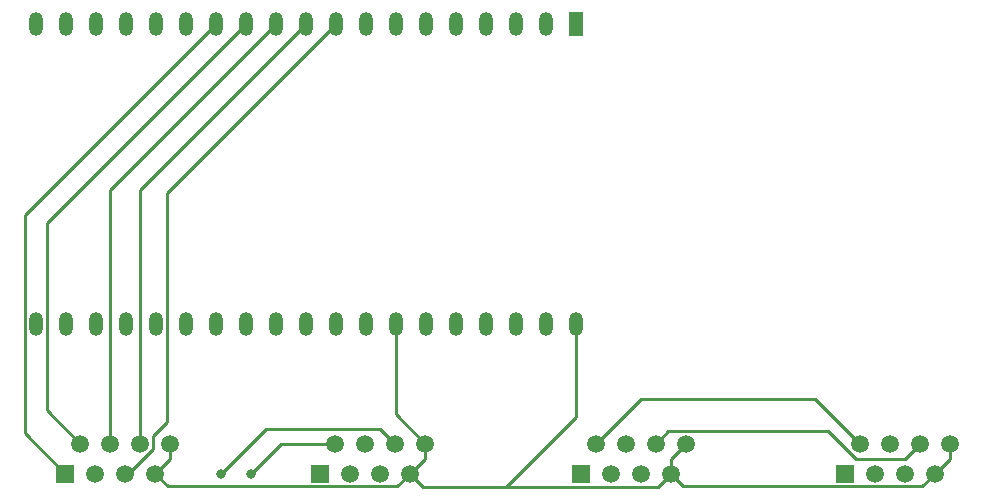
<source format=gbr>
%TF.GenerationSoftware,KiCad,Pcbnew,7.0.9*%
%TF.CreationDate,2023-11-22T14:24:46-05:00*%
%TF.ProjectId,Esp Controller,45737020-436f-46e7-9472-6f6c6c65722e,rev?*%
%TF.SameCoordinates,Original*%
%TF.FileFunction,Copper,L2,Bot*%
%TF.FilePolarity,Positive*%
%FSLAX46Y46*%
G04 Gerber Fmt 4.6, Leading zero omitted, Abs format (unit mm)*
G04 Created by KiCad (PCBNEW 7.0.9) date 2023-11-22 14:24:46*
%MOMM*%
%LPD*%
G01*
G04 APERTURE LIST*
%TA.AperFunction,ComponentPad*%
%ADD10R,1.200000X2.000000*%
%TD*%
%TA.AperFunction,ComponentPad*%
%ADD11O,1.200000X2.000000*%
%TD*%
%TA.AperFunction,ComponentPad*%
%ADD12C,1.500000*%
%TD*%
%TA.AperFunction,ComponentPad*%
%ADD13R,1.500000X1.500000*%
%TD*%
%TA.AperFunction,ViaPad*%
%ADD14C,0.800000*%
%TD*%
%TA.AperFunction,Conductor*%
%ADD15C,0.250000*%
%TD*%
G04 APERTURE END LIST*
D10*
%TO.P,U2,1,3V3*%
%TO.N,unconnected-(U2-3V3-Pad1)*%
X141823440Y-53340000D03*
D11*
%TO.P,U2,2,CHIP_PU*%
%TO.N,unconnected-(U2-CHIP_PU-Pad2)*%
X139283440Y-53340000D03*
%TO.P,U2,3,SENSOR_VP/GPIO36/ADC1_CH0*%
%TO.N,unconnected-(U2-SENSOR_VP{slash}GPIO36{slash}ADC1_CH0-Pad3)*%
X136743440Y-53340000D03*
%TO.P,U2,4,SENSOR_VN/GPIO39/ADC1_CH3*%
%TO.N,unconnected-(U2-SENSOR_VN{slash}GPIO39{slash}ADC1_CH3-Pad4)*%
X134203440Y-53340000D03*
%TO.P,U2,5,VDET_1/GPIO34/ADC1_CH6*%
%TO.N,unconnected-(U2-VDET_1{slash}GPIO34{slash}ADC1_CH6-Pad5)*%
X131663440Y-53340000D03*
%TO.P,U2,6,VDET_2/GPIO35/ADC1_CH7*%
%TO.N,unconnected-(U2-VDET_2{slash}GPIO35{slash}ADC1_CH7-Pad6)*%
X129123440Y-53340000D03*
%TO.P,U2,7,32K_XP/GPIO32/ADC1_CH4*%
%TO.N,unconnected-(U2-32K_XP{slash}GPIO32{slash}ADC1_CH4-Pad7)*%
X126583440Y-53340000D03*
%TO.P,U2,8,32K_XN/GPIO33/ADC1_CH5*%
%TO.N,unconnected-(U2-32K_XN{slash}GPIO33{slash}ADC1_CH5-Pad8)*%
X124043440Y-53340000D03*
%TO.P,U2,9,DAC_1/ADC2_CH8/GPIO25*%
%TO.N,/Wht1*%
X121503440Y-53340000D03*
%TO.P,U2,10,DAC_2/ADC2_CH9/GPIO26*%
%TO.N,/Grn1*%
X118963440Y-53340000D03*
%TO.P,U2,11,ADC2_CH7/GPIO27*%
%TO.N,/Blu1*%
X116423440Y-53340000D03*
%TO.P,U2,12,MTMS/GPIO14/ADC2_CH6*%
%TO.N,/Yel1*%
X113883440Y-53340000D03*
%TO.P,U2,13,MTDI/GPIO12/ADC2_CH5*%
%TO.N,/Red1*%
X111343440Y-53340000D03*
%TO.P,U2,14,GND*%
%TO.N,GND*%
X108803440Y-53340000D03*
%TO.P,U2,15,MTCK/GPIO13/ADC2_CH4*%
%TO.N,unconnected-(U2-MTCK{slash}GPIO13{slash}ADC2_CH4-Pad15)*%
X106263440Y-53340000D03*
%TO.P,U2,16,SD_DATA2/GPIO9*%
%TO.N,unconnected-(U2-SD_DATA2{slash}GPIO9-Pad16)*%
X103723440Y-53340000D03*
%TO.P,U2,17,SD_DATA3/GPIO10*%
%TO.N,unconnected-(U2-SD_DATA3{slash}GPIO10-Pad17)*%
X101183440Y-53340000D03*
%TO.P,U2,18,CMD*%
%TO.N,unconnected-(U2-CMD-Pad18)*%
X98643440Y-53340000D03*
%TO.P,U2,19,5V*%
%TO.N,unconnected-(U2-5V-Pad19)*%
X96103440Y-53340000D03*
%TO.P,U2,20,SD_CLK/GPIO6*%
%TO.N,/Red3*%
X96106160Y-78736320D03*
%TO.P,U2,21,SD_DATA0/GPIO7*%
%TO.N,/Blu3*%
X98646160Y-78736320D03*
%TO.P,U2,22,SD_DATA1/GPIO8*%
%TO.N,/Wht3*%
X101183440Y-78740000D03*
%TO.P,U2,23,MTDO/GPIO15/ADC2_CH3*%
%TO.N,/Red2*%
X103723440Y-78740000D03*
%TO.P,U2,24,ADC2_CH2/GPIO2*%
%TO.N,unconnected-(U2-ADC2_CH2{slash}GPIO2-Pad24)*%
X106263440Y-78740000D03*
%TO.P,U2,25,GPIO0/BOOT/ADC2_CH1*%
%TO.N,unconnected-(U2-GPIO0{slash}BOOT{slash}ADC2_CH1-Pad25)*%
X108803440Y-78740000D03*
%TO.P,U2,26,ADC2_CH0/GPIO4*%
%TO.N,/Yel2*%
X111343440Y-78740000D03*
%TO.P,U2,27,GPIO16*%
%TO.N,unconnected-(U2-GPIO16-Pad27)*%
X113883440Y-78740000D03*
%TO.P,U2,28,GPIO17*%
%TO.N,unconnected-(U2-GPIO17-Pad28)*%
X116423440Y-78740000D03*
%TO.P,U2,29,GPIO5*%
%TO.N,/Blu2*%
X118963440Y-78740000D03*
%TO.P,U2,30,GPIO18*%
%TO.N,/Grn2*%
X121503440Y-78740000D03*
%TO.P,U2,31,GPIO19*%
%TO.N,/Wht2*%
X124043440Y-78740000D03*
%TO.P,U2,32,GND*%
%TO.N,GND*%
X126583440Y-78740000D03*
%TO.P,U2,33,GPIO21*%
%TO.N,/Red4*%
X129123440Y-78740000D03*
%TO.P,U2,34,U0RXD/GPIO3*%
%TO.N,unconnected-(U2-U0RXD{slash}GPIO3-Pad34)*%
X131663440Y-78740000D03*
%TO.P,U2,35,U0TXD/GPIO1*%
%TO.N,unconnected-(U2-U0TXD{slash}GPIO1-Pad35)*%
X134203440Y-78740000D03*
%TO.P,U2,36,GPIO22*%
%TO.N,/Blu4*%
X136743440Y-78740000D03*
%TO.P,U2,37,GPIO23*%
%TO.N,/Wht4*%
X139283440Y-78740000D03*
%TO.P,U2,38,GND*%
%TO.N,GND*%
X141823440Y-78740000D03*
%TD*%
D12*
%TO.P,J1,8*%
%TO.N,GND*%
X107477500Y-88880000D03*
%TO.P,J1,7*%
X106207500Y-91420000D03*
%TO.P,J1,6*%
%TO.N,/Grn1*%
X104937500Y-88880000D03*
%TO.P,J1,5*%
%TO.N,/Wht1*%
X103667500Y-91420000D03*
%TO.P,J1,4*%
%TO.N,/Blu1*%
X102397500Y-88880000D03*
%TO.P,J1,3*%
%TO.N,unconnected-(J1-Pad3)*%
X101127500Y-91420000D03*
%TO.P,J1,2*%
%TO.N,/Yel1*%
X99857500Y-88880000D03*
D13*
%TO.P,J1,1*%
%TO.N,/Red1*%
X98587500Y-91420000D03*
%TD*%
D12*
%TO.P,J2,8*%
%TO.N,GND*%
X151130000Y-88900000D03*
%TO.P,J2,7*%
X149860000Y-91440000D03*
%TO.P,J2,6*%
%TO.N,/Grn2*%
X148590000Y-88900000D03*
%TO.P,J2,5*%
%TO.N,/Wht2*%
X147320000Y-91440000D03*
%TO.P,J2,4*%
%TO.N,/Blu2*%
X146050000Y-88900000D03*
%TO.P,J2,3*%
%TO.N,unconnected-(J2-Pad3)*%
X144780000Y-91440000D03*
%TO.P,J2,2*%
%TO.N,/Yel2*%
X143510000Y-88900000D03*
D13*
%TO.P,J2,1*%
%TO.N,/Red2*%
X142240000Y-91440000D03*
%TD*%
D12*
%TO.P,J3,8*%
%TO.N,GND*%
X129067500Y-88880000D03*
%TO.P,J3,7*%
X127797500Y-91420000D03*
%TO.P,J3,6*%
%TO.N,/Grn1*%
X126527500Y-88880000D03*
%TO.P,J3,5*%
%TO.N,/Wht3*%
X125257500Y-91420000D03*
%TO.P,J3,4*%
%TO.N,/Blu3*%
X123987500Y-88880000D03*
%TO.P,J3,3*%
%TO.N,unconnected-(J3-Pad3)*%
X122717500Y-91420000D03*
%TO.P,J3,2*%
%TO.N,/Yel1*%
X121447500Y-88880000D03*
D13*
%TO.P,J3,1*%
%TO.N,/Red3*%
X120177500Y-91420000D03*
%TD*%
D12*
%TO.P,J4,8*%
%TO.N,GND*%
X173517500Y-88880000D03*
%TO.P,J4,7*%
X172247500Y-91420000D03*
%TO.P,J4,6*%
%TO.N,/Grn2*%
X170977500Y-88880000D03*
%TO.P,J4,5*%
%TO.N,/Wht4*%
X169707500Y-91420000D03*
%TO.P,J4,4*%
%TO.N,/Blu4*%
X168437500Y-88880000D03*
%TO.P,J4,3*%
%TO.N,unconnected-(J4-Pad3)*%
X167167500Y-91420000D03*
%TO.P,J4,2*%
%TO.N,/Yel2*%
X165897500Y-88880000D03*
D13*
%TO.P,J4,1*%
%TO.N,/Red4*%
X164627500Y-91420000D03*
%TD*%
D14*
%TO.N,/Yel1*%
X114300000Y-91440000D03*
%TO.N,/Grn1*%
X111760000Y-91440000D03*
%TD*%
D15*
%TO.N,GND*%
X126583440Y-86395940D02*
X129067500Y-88880000D01*
X126583440Y-78740000D02*
X126583440Y-86395940D01*
%TO.N,/Grn1*%
X115570000Y-87630000D02*
X111760000Y-91440000D01*
X126527500Y-88880000D02*
X125277500Y-87630000D01*
X125277500Y-87630000D02*
X115570000Y-87630000D01*
%TO.N,/Yel1*%
X116860000Y-88880000D02*
X114300000Y-91440000D01*
X121447500Y-88880000D02*
X116860000Y-88880000D01*
%TO.N,/Grn2*%
X169687500Y-90170000D02*
X170977500Y-88880000D01*
X165527500Y-90170000D02*
X169687500Y-90170000D01*
X149665000Y-87825000D02*
X163182500Y-87825000D01*
X163182500Y-87825000D02*
X165527500Y-90170000D01*
X148590000Y-88900000D02*
X149665000Y-87825000D01*
%TO.N,/Yel2*%
X162107500Y-85090000D02*
X165897500Y-88880000D01*
X147320000Y-85090000D02*
X162107500Y-85090000D01*
X143510000Y-88900000D02*
X147320000Y-85090000D01*
%TO.N,/Wht1*%
X107188440Y-87056560D02*
X107188440Y-67655000D01*
X106012500Y-89325280D02*
X106012500Y-88232500D01*
X106012500Y-88232500D02*
X107188440Y-87056560D01*
X103917780Y-91420000D02*
X106012500Y-89325280D01*
X107188440Y-67655000D02*
X121503440Y-53340000D01*
X103667500Y-91420000D02*
X103917780Y-91420000D01*
%TO.N,/Grn1*%
X104937500Y-88880000D02*
X104937500Y-67365940D01*
X104937500Y-67365940D02*
X118963440Y-53340000D01*
%TO.N,/Blu1*%
X102397500Y-67365940D02*
X116423440Y-53340000D01*
X102397500Y-88880000D02*
X102397500Y-67365940D01*
%TO.N,/Yel1*%
X97031160Y-70192280D02*
X113883440Y-53340000D01*
X97031160Y-86053660D02*
X97031160Y-70192280D01*
X99857500Y-88880000D02*
X97031160Y-86053660D01*
%TO.N,/Red1*%
X95181160Y-69502280D02*
X111343440Y-53340000D01*
X95181160Y-88013660D02*
X95181160Y-69502280D01*
X98587500Y-91420000D02*
X95181160Y-88013660D01*
%TO.N,GND*%
X135890000Y-92515000D02*
X141823440Y-86581560D01*
X141823440Y-86581560D02*
X141823440Y-78740000D01*
X135890000Y-92515000D02*
X128892500Y-92515000D01*
X148785000Y-92515000D02*
X135890000Y-92515000D01*
X107477500Y-90150000D02*
X107477500Y-88880000D01*
X106207500Y-91420000D02*
X107477500Y-90150000D01*
X107282500Y-92495000D02*
X106207500Y-91420000D01*
X126722500Y-92495000D02*
X107282500Y-92495000D01*
X127797500Y-91420000D02*
X126722500Y-92495000D01*
X129067500Y-90150000D02*
X127797500Y-91420000D01*
X129067500Y-88880000D02*
X129067500Y-90150000D01*
X149860000Y-91440000D02*
X148785000Y-92515000D01*
X128892500Y-92515000D02*
X127797500Y-91420000D01*
X149860000Y-90170000D02*
X149860000Y-91440000D01*
X151130000Y-88900000D02*
X149860000Y-90170000D01*
X150915000Y-92495000D02*
X149860000Y-91440000D01*
X171172500Y-92495000D02*
X150915000Y-92495000D01*
X172247500Y-91420000D02*
X171172500Y-92495000D01*
X173517500Y-88880000D02*
X173517500Y-90150000D01*
X173517500Y-90150000D02*
X172247500Y-91420000D01*
%TD*%
M02*

</source>
